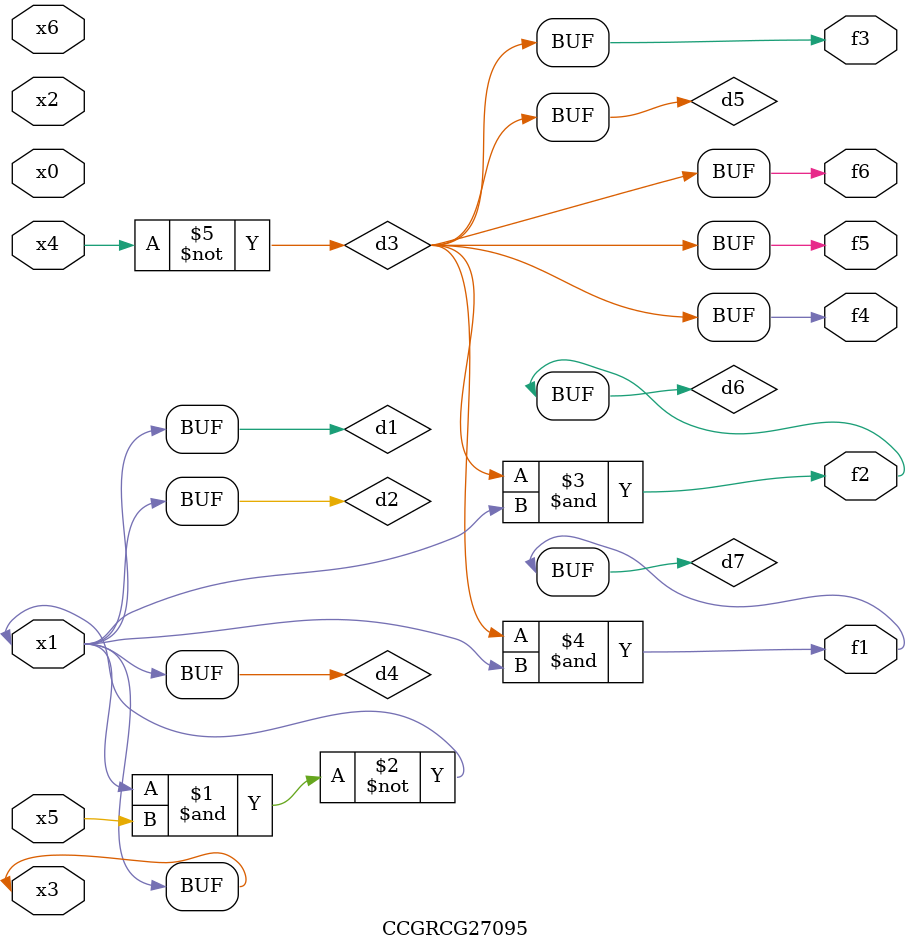
<source format=v>
module CCGRCG27095(
	input x0, x1, x2, x3, x4, x5, x6,
	output f1, f2, f3, f4, f5, f6
);

	wire d1, d2, d3, d4, d5, d6, d7;

	buf (d1, x1, x3);
	nand (d2, x1, x5);
	not (d3, x4);
	buf (d4, d1, d2);
	buf (d5, d3);
	and (d6, d3, d4);
	and (d7, d3, d4);
	assign f1 = d7;
	assign f2 = d6;
	assign f3 = d5;
	assign f4 = d5;
	assign f5 = d5;
	assign f6 = d5;
endmodule

</source>
